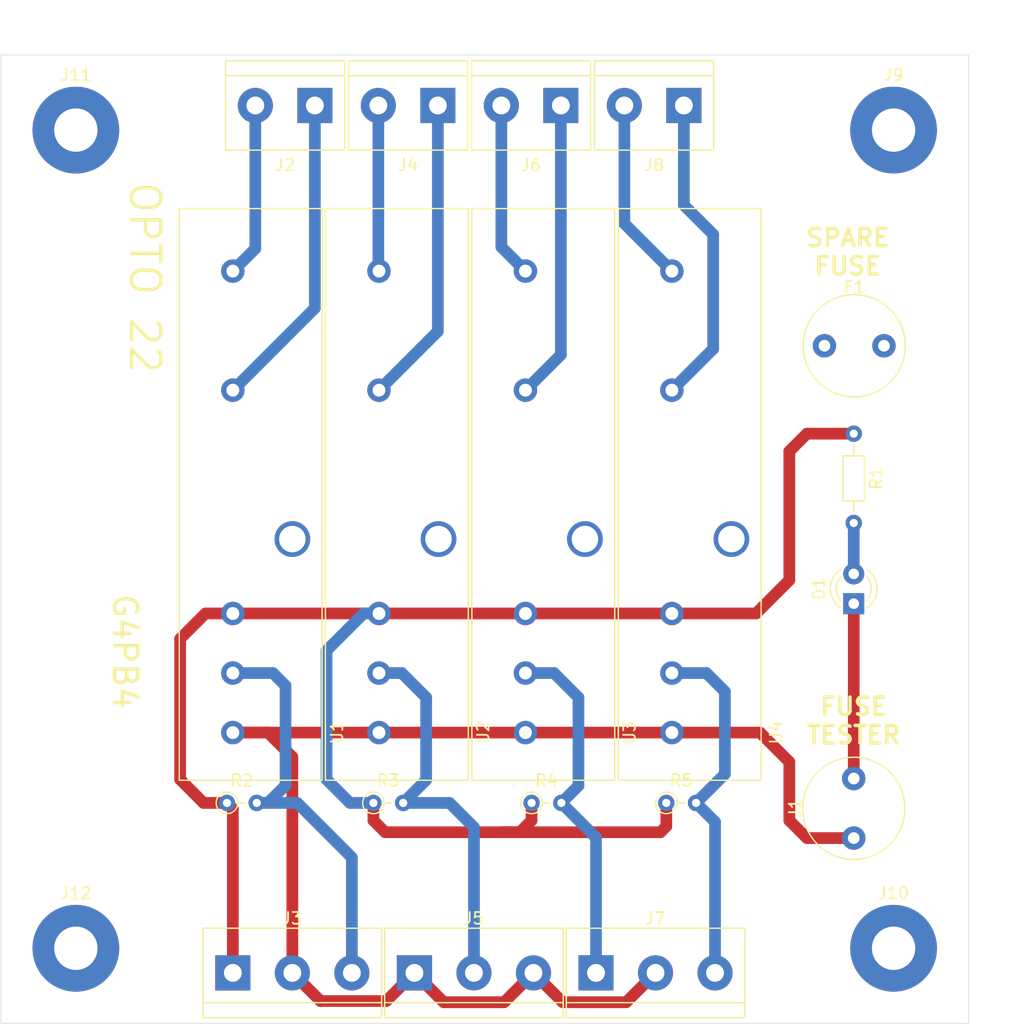
<source format=kicad_pcb>
(kicad_pcb (version 20171130) (host pcbnew "(5.1.6)-1")

  (general
    (thickness 1.6)
    (drawings 11)
    (tracks 96)
    (zones 0)
    (modules 23)
    (nets 23)
  )

  (page A4)
  (layers
    (0 F.Cu signal)
    (31 B.Cu signal)
    (32 B.Adhes user)
    (33 F.Adhes user)
    (34 B.Paste user)
    (35 F.Paste user)
    (36 B.SilkS user)
    (37 F.SilkS user)
    (38 B.Mask user)
    (39 F.Mask user)
    (40 Dwgs.User user)
    (41 Cmts.User user)
    (42 Eco1.User user)
    (43 Eco2.User user)
    (44 Edge.Cuts user)
    (45 Margin user)
    (46 B.CrtYd user)
    (47 F.CrtYd user)
    (48 B.Fab user hide)
    (49 F.Fab user hide)
  )

  (setup
    (last_trace_width 1)
    (trace_clearance 0.4)
    (zone_clearance 0.508)
    (zone_45_only no)
    (trace_min 0.2)
    (via_size 0.8)
    (via_drill 0.4)
    (via_min_size 0.4)
    (via_min_drill 0.3)
    (uvia_size 0.3)
    (uvia_drill 0.1)
    (uvias_allowed no)
    (uvia_min_size 0.2)
    (uvia_min_drill 0.1)
    (edge_width 0.05)
    (segment_width 0.2)
    (pcb_text_width 0.3)
    (pcb_text_size 1.5 1.5)
    (mod_edge_width 0.12)
    (mod_text_size 1 1)
    (mod_text_width 0.15)
    (pad_size 1.524 1.524)
    (pad_drill 0.762)
    (pad_to_mask_clearance 0.05)
    (aux_axis_origin 0 0)
    (visible_elements 7FFFEFFF)
    (pcbplotparams
      (layerselection 0x010fc_ffffffff)
      (usegerberextensions false)
      (usegerberattributes true)
      (usegerberadvancedattributes true)
      (creategerberjobfile true)
      (excludeedgelayer true)
      (linewidth 0.100000)
      (plotframeref false)
      (viasonmask false)
      (mode 1)
      (useauxorigin false)
      (hpglpennumber 1)
      (hpglpenspeed 20)
      (hpglpendiameter 15.000000)
      (psnegative false)
      (psa4output false)
      (plotreference true)
      (plotvalue true)
      (plotinvisibletext false)
      (padsonsilk false)
      (subtractmaskfromsilk false)
      (outputformat 1)
      (mirror false)
      (drillshape 1)
      (scaleselection 1)
      (outputdirectory ""))
  )

  (net 0 "")
  (net 1 "Net-(D1-Pad2)")
  (net 2 "Net-(D1-Pad1)")
  (net 3 "Net-(J1-Pad1)")
  (net 4 "Net-(J2-Pad2)")
  (net 5 "Net-(J2-Pad1)")
  (net 6 "Net-(J3-Pad3)")
  (net 7 "Net-(J3-Pad1)")
  (net 8 "Net-(J4-Pad2)")
  (net 9 "Net-(J4-Pad1)")
  (net 10 "Net-(J5-Pad2)")
  (net 11 "Net-(J6-Pad2)")
  (net 12 "Net-(J6-Pad1)")
  (net 13 "Net-(J7-Pad3)")
  (net 14 "Net-(J7-Pad1)")
  (net 15 "Net-(J8-Pad2)")
  (net 16 "Net-(J8-Pad1)")
  (net 17 "Net-(J9-Pad1)")
  (net 18 "Net-(J10-Pad1)")
  (net 19 "Net-(J11-Pad1)")
  (net 20 "Net-(J12-Pad1)")
  (net 21 "Net-(F1-Pad2)")
  (net 22 "Net-(F1-Pad1)")

  (net_class Default "This is the default net class."
    (clearance 0.4)
    (trace_width 1)
    (via_dia 0.8)
    (via_drill 0.4)
    (uvia_dia 0.3)
    (uvia_drill 0.1)
    (add_net "Net-(D1-Pad1)")
    (add_net "Net-(D1-Pad2)")
    (add_net "Net-(F1-Pad1)")
    (add_net "Net-(F1-Pad2)")
    (add_net "Net-(J1-Pad1)")
    (add_net "Net-(J10-Pad1)")
    (add_net "Net-(J11-Pad1)")
    (add_net "Net-(J12-Pad1)")
    (add_net "Net-(J2-Pad1)")
    (add_net "Net-(J2-Pad2)")
    (add_net "Net-(J3-Pad1)")
    (add_net "Net-(J3-Pad3)")
    (add_net "Net-(J4-Pad1)")
    (add_net "Net-(J4-Pad2)")
    (add_net "Net-(J5-Pad2)")
    (add_net "Net-(J6-Pad1)")
    (add_net "Net-(J6-Pad2)")
    (add_net "Net-(J7-Pad1)")
    (add_net "Net-(J7-Pad3)")
    (add_net "Net-(J8-Pad1)")
    (add_net "Net-(J8-Pad2)")
    (add_net "Net-(J9-Pad1)")
  )

  (module Fuse:Fuse_Littelfuse_372_D8.50mm (layer F.Cu) (tedit 5D265851) (tstamp 5F6A074F)
    (at 189 73.5)
    (descr "Fuse, Littelfuse, 372, 8.5x8mm, https://www.littelfuse.com/~/media/electronics/datasheets/fuses/littelfuse_fuse_372_datasheet.pdf.pdf")
    (tags "fuse tht radial")
    (path /5F756D40)
    (fp_text reference F1 (at 2.54 -5) (layer F.SilkS)
      (effects (font (size 1 1) (thickness 0.15)))
    )
    (fp_text value Fuse (at 2.54 5) (layer F.Fab)
      (effects (font (size 1 1) (thickness 0.15)))
    )
    (fp_circle (center 2.54 0) (end 7.04 0) (layer F.CrtYd) (width 0.05))
    (fp_circle (center 2.54 0) (end 6.9 0) (layer F.SilkS) (width 0.12))
    (fp_circle (center 2.54 0) (end 6.79 0) (layer F.Fab) (width 0.1))
    (fp_text user %R (at 2.54 0) (layer F.Fab)
      (effects (font (size 1 1) (thickness 0.15)))
    )
    (pad 2 thru_hole circle (at 5.08 0) (size 2 2) (drill 1) (layers *.Cu *.Mask)
      (net 21 "Net-(F1-Pad2)"))
    (pad 1 thru_hole circle (at 0 0) (size 2 2) (drill 1) (layers *.Cu *.Mask)
      (net 22 "Net-(F1-Pad1)"))
    (model ${KISYS3DMOD}/Fuse.3dshapes/Fuse_Littelfuse_372_D8.50mm.wrl
      (at (xyz 0 0 0))
      (scale (xyz 1 1 1))
      (rotate (xyz 0 0 0))
    )
  )

  (module Fuse:Fuse_Littelfuse_372_D8.50mm (layer F.Cu) (tedit 5D265851) (tstamp 5F69BA5E)
    (at 191.5 115.5 90)
    (descr "Fuse, Littelfuse, 372, 8.5x8mm, https://www.littelfuse.com/~/media/electronics/datasheets/fuses/littelfuse_fuse_372_datasheet.pdf.pdf")
    (tags "fuse tht radial")
    (path /5F70AFF5)
    (fp_text reference J1 (at 2.54 -5 90) (layer F.SilkS)
      (effects (font (size 1 1) (thickness 0.15)))
    )
    (fp_text value Conn_01x02 (at 2.54 5 90) (layer F.Fab)
      (effects (font (size 1 1) (thickness 0.15)))
    )
    (fp_circle (center 2.54 0) (end 7.04 0) (layer F.CrtYd) (width 0.05))
    (fp_circle (center 2.54 0) (end 6.9 0) (layer F.SilkS) (width 0.12))
    (fp_circle (center 2.54 0) (end 6.79 0) (layer F.Fab) (width 0.1))
    (fp_text user %R (at 2.54 0 90) (layer F.Fab)
      (effects (font (size 1 1) (thickness 0.15)))
    )
    (pad 2 thru_hole circle (at 5.08 0 90) (size 2 2) (drill 1) (layers *.Cu *.Mask)
      (net 2 "Net-(D1-Pad1)"))
    (pad 1 thru_hole circle (at 0 0 90) (size 2 2) (drill 1) (layers *.Cu *.Mask)
      (net 3 "Net-(J1-Pad1)"))
    (model ${KISYS3DMOD}/Fuse.3dshapes/Fuse_Littelfuse_372_D8.50mm.wrl
      (at (xyz 0 0 0))
      (scale (xyz 1 1 1))
      (rotate (xyz 0 0 0))
    )
  )

  (module MountingHole:MountingHole_3.7mm_Pad (layer F.Cu) (tedit 56D1B4CB) (tstamp 5F69E0B2)
    (at 125.1 124.9)
    (descr "Mounting Hole 3.7mm")
    (tags "mounting hole 3.7mm")
    (path /5F724BA6)
    (attr virtual)
    (fp_text reference J12 (at 0 -4.7) (layer F.SilkS)
      (effects (font (size 1 1) (thickness 0.15)))
    )
    (fp_text value Conn_01x01 (at 0 4.7) (layer F.Fab)
      (effects (font (size 1 1) (thickness 0.15)))
    )
    (fp_circle (center 0 0) (end 3.7 0) (layer Cmts.User) (width 0.15))
    (fp_circle (center 0 0) (end 3.95 0) (layer F.CrtYd) (width 0.05))
    (fp_text user %R (at 0.3 0) (layer F.Fab)
      (effects (font (size 1 1) (thickness 0.15)))
    )
    (pad 1 thru_hole circle (at 0 0) (size 7.4 7.4) (drill 3.7) (layers *.Cu *.Mask)
      (net 20 "Net-(J12-Pad1)"))
  )

  (module MountingHole:MountingHole_3.7mm_Pad (layer F.Cu) (tedit 56D1B4CB) (tstamp 5F69E0AA)
    (at 125.1 55.1)
    (descr "Mounting Hole 3.7mm")
    (tags "mounting hole 3.7mm")
    (path /5F7248AA)
    (attr virtual)
    (fp_text reference J11 (at 0 -4.7) (layer F.SilkS)
      (effects (font (size 1 1) (thickness 0.15)))
    )
    (fp_text value Conn_01x01 (at 0 4.7) (layer F.Fab)
      (effects (font (size 1 1) (thickness 0.15)))
    )
    (fp_circle (center 0 0) (end 3.7 0) (layer Cmts.User) (width 0.15))
    (fp_circle (center 0 0) (end 3.95 0) (layer F.CrtYd) (width 0.05))
    (fp_text user %R (at 0.3 0) (layer F.Fab)
      (effects (font (size 1 1) (thickness 0.15)))
    )
    (pad 1 thru_hole circle (at 0 0) (size 7.4 7.4) (drill 3.7) (layers *.Cu *.Mask)
      (net 19 "Net-(J11-Pad1)"))
  )

  (module MountingHole:MountingHole_3.7mm_Pad (layer F.Cu) (tedit 56D1B4CB) (tstamp 5F69E0A2)
    (at 194.9 124.9)
    (descr "Mounting Hole 3.7mm")
    (tags "mounting hole 3.7mm")
    (path /5F7245CC)
    (attr virtual)
    (fp_text reference J10 (at 0 -4.7) (layer F.SilkS)
      (effects (font (size 1 1) (thickness 0.15)))
    )
    (fp_text value Conn_01x01 (at 0 4.7) (layer F.Fab)
      (effects (font (size 1 1) (thickness 0.15)))
    )
    (fp_circle (center 0 0) (end 3.7 0) (layer Cmts.User) (width 0.15))
    (fp_circle (center 0 0) (end 3.95 0) (layer F.CrtYd) (width 0.05))
    (fp_text user %R (at 0.3 0) (layer F.Fab)
      (effects (font (size 1 1) (thickness 0.15)))
    )
    (pad 1 thru_hole circle (at 0 0) (size 7.4 7.4) (drill 3.7) (layers *.Cu *.Mask)
      (net 18 "Net-(J10-Pad1)"))
  )

  (module MountingHole:MountingHole_3.7mm_Pad (layer F.Cu) (tedit 56D1B4CB) (tstamp 5F69E09A)
    (at 194.9 55.1)
    (descr "Mounting Hole 3.7mm")
    (tags "mounting hole 3.7mm")
    (path /5F723DBB)
    (attr virtual)
    (fp_text reference J9 (at 0 -4.7) (layer F.SilkS)
      (effects (font (size 1 1) (thickness 0.15)))
    )
    (fp_text value Conn_01x01 (at 0 4.7) (layer F.Fab)
      (effects (font (size 1 1) (thickness 0.15)))
    )
    (fp_circle (center 0 0) (end 3.7 0) (layer Cmts.User) (width 0.15))
    (fp_circle (center 0 0) (end 3.95 0) (layer F.CrtYd) (width 0.05))
    (fp_text user %R (at 0.3 0) (layer F.Fab)
      (effects (font (size 1 1) (thickness 0.15)))
    )
    (pad 1 thru_hole circle (at 0 0) (size 7.4 7.4) (drill 3.7) (layers *.Cu *.Mask)
      (net 17 "Net-(J9-Pad1)"))
  )

  (module Resistor_THT:R_Axial_DIN0204_L3.6mm_D1.6mm_P7.62mm_Horizontal (layer F.Cu) (tedit 5AE5139B) (tstamp 5F69EB71)
    (at 191.5 81 270)
    (descr "Resistor, Axial_DIN0204 series, Axial, Horizontal, pin pitch=7.62mm, 0.167W, length*diameter=3.6*1.6mm^2, http://cdn-reichelt.de/documents/datenblatt/B400/1_4W%23YAG.pdf")
    (tags "Resistor Axial_DIN0204 series Axial Horizontal pin pitch 7.62mm 0.167W length 3.6mm diameter 1.6mm")
    (path /5F70C7FE)
    (fp_text reference R1 (at 3.81 -1.92 90) (layer F.SilkS)
      (effects (font (size 1 1) (thickness 0.15)))
    )
    (fp_text value R (at 3.81 1.92 90) (layer F.Fab)
      (effects (font (size 1 1) (thickness 0.15)))
    )
    (fp_line (start 8.57 -1.05) (end -0.95 -1.05) (layer F.CrtYd) (width 0.05))
    (fp_line (start 8.57 1.05) (end 8.57 -1.05) (layer F.CrtYd) (width 0.05))
    (fp_line (start -0.95 1.05) (end 8.57 1.05) (layer F.CrtYd) (width 0.05))
    (fp_line (start -0.95 -1.05) (end -0.95 1.05) (layer F.CrtYd) (width 0.05))
    (fp_line (start 6.68 0) (end 5.73 0) (layer F.SilkS) (width 0.12))
    (fp_line (start 0.94 0) (end 1.89 0) (layer F.SilkS) (width 0.12))
    (fp_line (start 5.73 -0.92) (end 1.89 -0.92) (layer F.SilkS) (width 0.12))
    (fp_line (start 5.73 0.92) (end 5.73 -0.92) (layer F.SilkS) (width 0.12))
    (fp_line (start 1.89 0.92) (end 5.73 0.92) (layer F.SilkS) (width 0.12))
    (fp_line (start 1.89 -0.92) (end 1.89 0.92) (layer F.SilkS) (width 0.12))
    (fp_line (start 7.62 0) (end 5.61 0) (layer F.Fab) (width 0.1))
    (fp_line (start 0 0) (end 2.01 0) (layer F.Fab) (width 0.1))
    (fp_line (start 5.61 -0.8) (end 2.01 -0.8) (layer F.Fab) (width 0.1))
    (fp_line (start 5.61 0.8) (end 5.61 -0.8) (layer F.Fab) (width 0.1))
    (fp_line (start 2.01 0.8) (end 5.61 0.8) (layer F.Fab) (width 0.1))
    (fp_line (start 2.01 -0.8) (end 2.01 0.8) (layer F.Fab) (width 0.1))
    (fp_text user %R (at 3.81 0 90) (layer F.Fab)
      (effects (font (size 0.72 0.72) (thickness 0.108)))
    )
    (pad 2 thru_hole oval (at 7.62 0 270) (size 1.4 1.4) (drill 0.7) (layers *.Cu *.Mask)
      (net 1 "Net-(D1-Pad2)"))
    (pad 1 thru_hole circle (at 0 0 270) (size 1.4 1.4) (drill 0.7) (layers *.Cu *.Mask)
      (net 7 "Net-(J3-Pad1)"))
    (model ${KISYS3DMOD}/Resistor_THT.3dshapes/R_Axial_DIN0204_L3.6mm_D1.6mm_P7.62mm_Horizontal.wrl
      (at (xyz 0 0 0))
      (scale (xyz 1 1 1))
      (rotate (xyz 0 0 0))
    )
  )

  (module MSS_Devices:MA-Models (layer F.Cu) (tedit 5F695870) (tstamp 5F69C1E0)
    (at 177.5 106.5 90)
    (path /5F69F39C)
    (fp_text reference U4 (at 0 7.366 90) (layer F.SilkS)
      (effects (font (size 1 1) (thickness 0.15)))
    )
    (fp_text value G4ODC5 (at 0 -5.334 90) (layer F.Fab)
      (effects (font (size 1 1) (thickness 0.15)))
    )
    (fp_line (start -4.064 -6.096) (end 44.704 -6.096) (layer F.SilkS) (width 0.12))
    (fp_line (start 44.704 6.096) (end 44.704 -6.096) (layer F.SilkS) (width 0.12))
    (fp_line (start -4.064 6.096) (end 44.704 6.096) (layer F.SilkS) (width 0.12))
    (fp_line (start -4.064 -6.096) (end -4.064 6.096) (layer F.SilkS) (width 0.12))
    (pad "" np_thru_hole circle (at 16.51 3.556 90) (size 3.048 3.048) (drill 2.2606) (layers *.Cu *.Mask))
    (pad 5 thru_hole circle (at 0 -1.524 90) (size 2 2) (drill 1.1) (layers *.Cu *.Mask)
      (net 3 "Net-(J1-Pad1)"))
    (pad 4 thru_hole circle (at 5.08 -1.524 90) (size 2 2) (drill 1.1) (layers *.Cu *.Mask)
      (net 13 "Net-(J7-Pad3)"))
    (pad 3 thru_hole circle (at 10.16 -1.524 90) (size 2 2) (drill 1.1) (layers *.Cu *.Mask)
      (net 7 "Net-(J3-Pad1)"))
    (pad 2 thru_hole circle (at 29.21 -1.524 90) (size 2 2) (drill 1.1) (layers *.Cu *.Mask)
      (net 16 "Net-(J8-Pad1)"))
    (pad 1 thru_hole circle (at 39.37 -1.524 90) (size 2 2) (drill 1.1) (layers *.Cu *.Mask)
      (net 15 "Net-(J8-Pad2)"))
  )

  (module MSS_Devices:MA-Models (layer F.Cu) (tedit 5F695870) (tstamp 5F69BB69)
    (at 165 106.5 90)
    (path /5F69F38C)
    (fp_text reference U3 (at 0 7.366 90) (layer F.SilkS)
      (effects (font (size 1 1) (thickness 0.15)))
    )
    (fp_text value G4ODC5 (at 0 -5.334 90) (layer F.Fab)
      (effects (font (size 1 1) (thickness 0.15)))
    )
    (fp_line (start -4.064 -6.096) (end 44.704 -6.096) (layer F.SilkS) (width 0.12))
    (fp_line (start 44.704 6.096) (end 44.704 -6.096) (layer F.SilkS) (width 0.12))
    (fp_line (start -4.064 6.096) (end 44.704 6.096) (layer F.SilkS) (width 0.12))
    (fp_line (start -4.064 -6.096) (end -4.064 6.096) (layer F.SilkS) (width 0.12))
    (pad "" np_thru_hole circle (at 16.51 3.556 90) (size 3.048 3.048) (drill 2.2606) (layers *.Cu *.Mask))
    (pad 5 thru_hole circle (at 0 -1.524 90) (size 2 2) (drill 1.1) (layers *.Cu *.Mask)
      (net 3 "Net-(J1-Pad1)"))
    (pad 4 thru_hole circle (at 5.08 -1.524 90) (size 2 2) (drill 1.1) (layers *.Cu *.Mask)
      (net 14 "Net-(J7-Pad1)"))
    (pad 3 thru_hole circle (at 10.16 -1.524 90) (size 2 2) (drill 1.1) (layers *.Cu *.Mask)
      (net 7 "Net-(J3-Pad1)"))
    (pad 2 thru_hole circle (at 29.21 -1.524 90) (size 2 2) (drill 1.1) (layers *.Cu *.Mask)
      (net 12 "Net-(J6-Pad1)"))
    (pad 1 thru_hole circle (at 39.37 -1.524 90) (size 2 2) (drill 1.1) (layers *.Cu *.Mask)
      (net 11 "Net-(J6-Pad2)"))
  )

  (module MSS_Devices:MA-Models (layer F.Cu) (tedit 5F695870) (tstamp 5F69BB5B)
    (at 152.5 106.5 90)
    (path /5F69C64A)
    (fp_text reference U2 (at 0 7.366 90) (layer F.SilkS)
      (effects (font (size 1 1) (thickness 0.15)))
    )
    (fp_text value G4ODC5 (at 0 -5.334 90) (layer F.Fab)
      (effects (font (size 1 1) (thickness 0.15)))
    )
    (fp_line (start -4.064 -6.096) (end 44.704 -6.096) (layer F.SilkS) (width 0.12))
    (fp_line (start 44.704 6.096) (end 44.704 -6.096) (layer F.SilkS) (width 0.12))
    (fp_line (start -4.064 6.096) (end 44.704 6.096) (layer F.SilkS) (width 0.12))
    (fp_line (start -4.064 -6.096) (end -4.064 6.096) (layer F.SilkS) (width 0.12))
    (pad "" np_thru_hole circle (at 16.51 3.556 90) (size 3.048 3.048) (drill 2.2606) (layers *.Cu *.Mask))
    (pad 5 thru_hole circle (at 0 -1.524 90) (size 2 2) (drill 1.1) (layers *.Cu *.Mask)
      (net 3 "Net-(J1-Pad1)"))
    (pad 4 thru_hole circle (at 5.08 -1.524 90) (size 2 2) (drill 1.1) (layers *.Cu *.Mask)
      (net 10 "Net-(J5-Pad2)"))
    (pad 3 thru_hole circle (at 10.16 -1.524 90) (size 2 2) (drill 1.1) (layers *.Cu *.Mask)
      (net 7 "Net-(J3-Pad1)"))
    (pad 2 thru_hole circle (at 29.21 -1.524 90) (size 2 2) (drill 1.1) (layers *.Cu *.Mask)
      (net 9 "Net-(J4-Pad1)"))
    (pad 1 thru_hole circle (at 39.37 -1.524 90) (size 2 2) (drill 1.1) (layers *.Cu *.Mask)
      (net 8 "Net-(J4-Pad2)"))
  )

  (module MSS_Devices:MA-Models (layer F.Cu) (tedit 5F695870) (tstamp 5F69BB4D)
    (at 140.024 106.5 90)
    (path /5F6954A8)
    (fp_text reference U1 (at 0 7.366 90) (layer F.SilkS)
      (effects (font (size 1 1) (thickness 0.15)))
    )
    (fp_text value G4ODC5 (at 0 -5.334 90) (layer F.Fab)
      (effects (font (size 1 1) (thickness 0.15)))
    )
    (fp_line (start -4.064 -6.096) (end 44.704 -6.096) (layer F.SilkS) (width 0.12))
    (fp_line (start 44.704 6.096) (end 44.704 -6.096) (layer F.SilkS) (width 0.12))
    (fp_line (start -4.064 6.096) (end 44.704 6.096) (layer F.SilkS) (width 0.12))
    (fp_line (start -4.064 -6.096) (end -4.064 6.096) (layer F.SilkS) (width 0.12))
    (pad "" np_thru_hole circle (at 16.51 3.556 90) (size 3.048 3.048) (drill 2.2606) (layers *.Cu *.Mask))
    (pad 5 thru_hole circle (at 0 -1.524 90) (size 2 2) (drill 1.1) (layers *.Cu *.Mask)
      (net 3 "Net-(J1-Pad1)"))
    (pad 4 thru_hole circle (at 5.08 -1.524 90) (size 2 2) (drill 1.1) (layers *.Cu *.Mask)
      (net 6 "Net-(J3-Pad3)"))
    (pad 3 thru_hole circle (at 10.16 -1.524 90) (size 2 2) (drill 1.1) (layers *.Cu *.Mask)
      (net 7 "Net-(J3-Pad1)"))
    (pad 2 thru_hole circle (at 29.21 -1.524 90) (size 2 2) (drill 1.1) (layers *.Cu *.Mask)
      (net 5 "Net-(J2-Pad1)"))
    (pad 1 thru_hole circle (at 39.37 -1.524 90) (size 2 2) (drill 1.1) (layers *.Cu *.Mask)
      (net 4 "Net-(J2-Pad2)"))
  )

  (module Resistor_THT:R_Axial_DIN0204_L3.6mm_D1.6mm_P2.54mm_Vertical (layer F.Cu) (tedit 5AE5139B) (tstamp 5F69BB3F)
    (at 175.5 112.5)
    (descr "Resistor, Axial_DIN0204 series, Axial, Vertical, pin pitch=2.54mm, 0.167W, length*diameter=3.6*1.6mm^2, http://cdn-reichelt.de/documents/datenblatt/B400/1_4W%23YAG.pdf")
    (tags "Resistor Axial_DIN0204 series Axial Vertical pin pitch 2.54mm 0.167W length 3.6mm diameter 1.6mm")
    (path /5F70AB19)
    (fp_text reference R5 (at 1.27 -1.92) (layer F.SilkS)
      (effects (font (size 1 1) (thickness 0.15)))
    )
    (fp_text value R (at 1.27 1.92) (layer F.Fab)
      (effects (font (size 1 1) (thickness 0.15)))
    )
    (fp_line (start 3.49 -1.05) (end -1.05 -1.05) (layer F.CrtYd) (width 0.05))
    (fp_line (start 3.49 1.05) (end 3.49 -1.05) (layer F.CrtYd) (width 0.05))
    (fp_line (start -1.05 1.05) (end 3.49 1.05) (layer F.CrtYd) (width 0.05))
    (fp_line (start -1.05 -1.05) (end -1.05 1.05) (layer F.CrtYd) (width 0.05))
    (fp_line (start 0.92 0) (end 1.54 0) (layer F.SilkS) (width 0.12))
    (fp_line (start 0 0) (end 2.54 0) (layer F.Fab) (width 0.1))
    (fp_circle (center 0 0) (end 0.92 0) (layer F.SilkS) (width 0.12))
    (fp_circle (center 0 0) (end 0.8 0) (layer F.Fab) (width 0.1))
    (fp_text user %R (at 1.27 -1.92) (layer F.Fab)
      (effects (font (size 1 1) (thickness 0.15)))
    )
    (pad 2 thru_hole oval (at 2.54 0) (size 1.4 1.4) (drill 0.7) (layers *.Cu *.Mask)
      (net 13 "Net-(J7-Pad3)"))
    (pad 1 thru_hole circle (at 0 0) (size 1.4 1.4) (drill 0.7) (layers *.Cu *.Mask)
      (net 7 "Net-(J3-Pad1)"))
    (model ${KISYS3DMOD}/Resistor_THT.3dshapes/R_Axial_DIN0204_L3.6mm_D1.6mm_P2.54mm_Vertical.wrl
      (at (xyz 0 0 0))
      (scale (xyz 1 1 1))
      (rotate (xyz 0 0 0))
    )
  )

  (module Resistor_THT:R_Axial_DIN0204_L3.6mm_D1.6mm_P2.54mm_Vertical (layer F.Cu) (tedit 5AE5139B) (tstamp 5F69BB30)
    (at 164 112.5)
    (descr "Resistor, Axial_DIN0204 series, Axial, Vertical, pin pitch=2.54mm, 0.167W, length*diameter=3.6*1.6mm^2, http://cdn-reichelt.de/documents/datenblatt/B400/1_4W%23YAG.pdf")
    (tags "Resistor Axial_DIN0204 series Axial Vertical pin pitch 2.54mm 0.167W length 3.6mm diameter 1.6mm")
    (path /5F70A5D5)
    (fp_text reference R4 (at 1.27 -1.92) (layer F.SilkS)
      (effects (font (size 1 1) (thickness 0.15)))
    )
    (fp_text value R (at 1.27 1.92) (layer F.Fab)
      (effects (font (size 1 1) (thickness 0.15)))
    )
    (fp_line (start 3.49 -1.05) (end -1.05 -1.05) (layer F.CrtYd) (width 0.05))
    (fp_line (start 3.49 1.05) (end 3.49 -1.05) (layer F.CrtYd) (width 0.05))
    (fp_line (start -1.05 1.05) (end 3.49 1.05) (layer F.CrtYd) (width 0.05))
    (fp_line (start -1.05 -1.05) (end -1.05 1.05) (layer F.CrtYd) (width 0.05))
    (fp_line (start 0.92 0) (end 1.54 0) (layer F.SilkS) (width 0.12))
    (fp_line (start 0 0) (end 2.54 0) (layer F.Fab) (width 0.1))
    (fp_circle (center 0 0) (end 0.92 0) (layer F.SilkS) (width 0.12))
    (fp_circle (center 0 0) (end 0.8 0) (layer F.Fab) (width 0.1))
    (fp_text user %R (at 1.27 -1.92) (layer F.Fab)
      (effects (font (size 1 1) (thickness 0.15)))
    )
    (pad 2 thru_hole oval (at 2.54 0) (size 1.4 1.4) (drill 0.7) (layers *.Cu *.Mask)
      (net 14 "Net-(J7-Pad1)"))
    (pad 1 thru_hole circle (at 0 0) (size 1.4 1.4) (drill 0.7) (layers *.Cu *.Mask)
      (net 7 "Net-(J3-Pad1)"))
    (model ${KISYS3DMOD}/Resistor_THT.3dshapes/R_Axial_DIN0204_L3.6mm_D1.6mm_P2.54mm_Vertical.wrl
      (at (xyz 0 0 0))
      (scale (xyz 1 1 1))
      (rotate (xyz 0 0 0))
    )
  )

  (module Resistor_THT:R_Axial_DIN0204_L3.6mm_D1.6mm_P2.54mm_Vertical (layer F.Cu) (tedit 5AE5139B) (tstamp 5F69BB21)
    (at 150.5 112.5)
    (descr "Resistor, Axial_DIN0204 series, Axial, Vertical, pin pitch=2.54mm, 0.167W, length*diameter=3.6*1.6mm^2, http://cdn-reichelt.de/documents/datenblatt/B400/1_4W%23YAG.pdf")
    (tags "Resistor Axial_DIN0204 series Axial Vertical pin pitch 2.54mm 0.167W length 3.6mm diameter 1.6mm")
    (path /5F709F01)
    (fp_text reference R3 (at 1.27 -1.92) (layer F.SilkS)
      (effects (font (size 1 1) (thickness 0.15)))
    )
    (fp_text value R (at 1.27 1.92) (layer F.Fab)
      (effects (font (size 1 1) (thickness 0.15)))
    )
    (fp_line (start 3.49 -1.05) (end -1.05 -1.05) (layer F.CrtYd) (width 0.05))
    (fp_line (start 3.49 1.05) (end 3.49 -1.05) (layer F.CrtYd) (width 0.05))
    (fp_line (start -1.05 1.05) (end 3.49 1.05) (layer F.CrtYd) (width 0.05))
    (fp_line (start -1.05 -1.05) (end -1.05 1.05) (layer F.CrtYd) (width 0.05))
    (fp_line (start 0.92 0) (end 1.54 0) (layer F.SilkS) (width 0.12))
    (fp_line (start 0 0) (end 2.54 0) (layer F.Fab) (width 0.1))
    (fp_circle (center 0 0) (end 0.92 0) (layer F.SilkS) (width 0.12))
    (fp_circle (center 0 0) (end 0.8 0) (layer F.Fab) (width 0.1))
    (fp_text user %R (at 1.27 -1.92) (layer F.Fab)
      (effects (font (size 1 1) (thickness 0.15)))
    )
    (pad 2 thru_hole oval (at 2.54 0) (size 1.4 1.4) (drill 0.7) (layers *.Cu *.Mask)
      (net 10 "Net-(J5-Pad2)"))
    (pad 1 thru_hole circle (at 0 0) (size 1.4 1.4) (drill 0.7) (layers *.Cu *.Mask)
      (net 7 "Net-(J3-Pad1)"))
    (model ${KISYS3DMOD}/Resistor_THT.3dshapes/R_Axial_DIN0204_L3.6mm_D1.6mm_P2.54mm_Vertical.wrl
      (at (xyz 0 0 0))
      (scale (xyz 1 1 1))
      (rotate (xyz 0 0 0))
    )
  )

  (module Resistor_THT:R_Axial_DIN0204_L3.6mm_D1.6mm_P2.54mm_Vertical (layer F.Cu) (tedit 5AE5139B) (tstamp 5F69BB12)
    (at 138 112.5)
    (descr "Resistor, Axial_DIN0204 series, Axial, Vertical, pin pitch=2.54mm, 0.167W, length*diameter=3.6*1.6mm^2, http://cdn-reichelt.de/documents/datenblatt/B400/1_4W%23YAG.pdf")
    (tags "Resistor Axial_DIN0204 series Axial Vertical pin pitch 2.54mm 0.167W length 3.6mm diameter 1.6mm")
    (path /5F6B7405)
    (fp_text reference R2 (at 1.27 -1.92) (layer F.SilkS)
      (effects (font (size 1 1) (thickness 0.15)))
    )
    (fp_text value R (at 1.27 1.92) (layer F.Fab)
      (effects (font (size 1 1) (thickness 0.15)))
    )
    (fp_line (start 3.49 -1.05) (end -1.05 -1.05) (layer F.CrtYd) (width 0.05))
    (fp_line (start 3.49 1.05) (end 3.49 -1.05) (layer F.CrtYd) (width 0.05))
    (fp_line (start -1.05 1.05) (end 3.49 1.05) (layer F.CrtYd) (width 0.05))
    (fp_line (start -1.05 -1.05) (end -1.05 1.05) (layer F.CrtYd) (width 0.05))
    (fp_line (start 0.92 0) (end 1.54 0) (layer F.SilkS) (width 0.12))
    (fp_line (start 0 0) (end 2.54 0) (layer F.Fab) (width 0.1))
    (fp_circle (center 0 0) (end 0.92 0) (layer F.SilkS) (width 0.12))
    (fp_circle (center 0 0) (end 0.8 0) (layer F.Fab) (width 0.1))
    (fp_text user %R (at 1.27 -1.92) (layer F.Fab)
      (effects (font (size 1 1) (thickness 0.15)))
    )
    (pad 2 thru_hole oval (at 2.54 0) (size 1.4 1.4) (drill 0.7) (layers *.Cu *.Mask)
      (net 6 "Net-(J3-Pad3)"))
    (pad 1 thru_hole circle (at 0 0) (size 1.4 1.4) (drill 0.7) (layers *.Cu *.Mask)
      (net 7 "Net-(J3-Pad1)"))
    (model ${KISYS3DMOD}/Resistor_THT.3dshapes/R_Axial_DIN0204_L3.6mm_D1.6mm_P2.54mm_Vertical.wrl
      (at (xyz 0 0 0))
      (scale (xyz 1 1 1))
      (rotate (xyz 0 0 0))
    )
  )

  (module TerminalBlock:TerminalBlock_bornier-2_P5.08mm (layer F.Cu) (tedit 59FF03AB) (tstamp 5F69CCE7)
    (at 177 53 180)
    (descr "simple 2-pin terminal block, pitch 5.08mm, revamped version of bornier2")
    (tags "terminal block bornier2")
    (path /5F708A6C)
    (fp_text reference J8 (at 2.54 -5.08) (layer F.SilkS)
      (effects (font (size 1 1) (thickness 0.15)))
    )
    (fp_text value Conn_01x02 (at 2.54 5.08) (layer F.Fab)
      (effects (font (size 1 1) (thickness 0.15)))
    )
    (fp_line (start 7.79 4) (end -2.71 4) (layer F.CrtYd) (width 0.05))
    (fp_line (start 7.79 4) (end 7.79 -4) (layer F.CrtYd) (width 0.05))
    (fp_line (start -2.71 -4) (end -2.71 4) (layer F.CrtYd) (width 0.05))
    (fp_line (start -2.71 -4) (end 7.79 -4) (layer F.CrtYd) (width 0.05))
    (fp_line (start -2.54 3.81) (end 7.62 3.81) (layer F.SilkS) (width 0.12))
    (fp_line (start -2.54 -3.81) (end -2.54 3.81) (layer F.SilkS) (width 0.12))
    (fp_line (start 7.62 -3.81) (end -2.54 -3.81) (layer F.SilkS) (width 0.12))
    (fp_line (start 7.62 3.81) (end 7.62 -3.81) (layer F.SilkS) (width 0.12))
    (fp_line (start 7.62 2.54) (end -2.54 2.54) (layer F.SilkS) (width 0.12))
    (fp_line (start 7.54 -3.75) (end -2.46 -3.75) (layer F.Fab) (width 0.1))
    (fp_line (start 7.54 3.75) (end 7.54 -3.75) (layer F.Fab) (width 0.1))
    (fp_line (start -2.46 3.75) (end 7.54 3.75) (layer F.Fab) (width 0.1))
    (fp_line (start -2.46 -3.75) (end -2.46 3.75) (layer F.Fab) (width 0.1))
    (fp_line (start -2.41 2.55) (end 7.49 2.55) (layer F.Fab) (width 0.1))
    (fp_text user %R (at 2.54 0) (layer F.Fab)
      (effects (font (size 1 1) (thickness 0.15)))
    )
    (pad 2 thru_hole circle (at 5.08 0 180) (size 3 3) (drill 1.52) (layers *.Cu *.Mask)
      (net 15 "Net-(J8-Pad2)"))
    (pad 1 thru_hole rect (at 0 0 180) (size 3 3) (drill 1.52) (layers *.Cu *.Mask)
      (net 16 "Net-(J8-Pad1)"))
    (model ${KISYS3DMOD}/TerminalBlock.3dshapes/TerminalBlock_bornier-2_P5.08mm.wrl
      (offset (xyz 2.539999961853027 0 0))
      (scale (xyz 1 1 1))
      (rotate (xyz 0 0 0))
    )
    (model ${KISYS3DMOD}/TerminalBlock_Phoenix.3dshapes/TerminalBlock_Phoenix_MKDS-1,5-2-5.08_1x02_P5.08mm_Horizontal.step
      (at (xyz 0 0 0))
      (scale (xyz 1 1 1))
      (rotate (xyz 0 0 0))
    )
  )

  (module TerminalBlock:TerminalBlock_bornier-3_P5.08mm (layer F.Cu) (tedit 59FF03B9) (tstamp 5F69BADF)
    (at 169.5 127)
    (descr "simple 3-pin terminal block, pitch 5.08mm, revamped version of bornier3")
    (tags "terminal block bornier3")
    (path /5F709718)
    (fp_text reference J7 (at 5.05 -4.65) (layer F.SilkS)
      (effects (font (size 1 1) (thickness 0.15)))
    )
    (fp_text value Conn_01x03 (at 5.08 5.08) (layer F.Fab)
      (effects (font (size 1 1) (thickness 0.15)))
    )
    (fp_line (start 12.88 4) (end -2.72 4) (layer F.CrtYd) (width 0.05))
    (fp_line (start 12.88 4) (end 12.88 -4) (layer F.CrtYd) (width 0.05))
    (fp_line (start -2.72 -4) (end -2.72 4) (layer F.CrtYd) (width 0.05))
    (fp_line (start -2.72 -4) (end 12.88 -4) (layer F.CrtYd) (width 0.05))
    (fp_line (start -2.54 3.81) (end 12.7 3.81) (layer F.SilkS) (width 0.12))
    (fp_line (start -2.54 -3.81) (end 12.7 -3.81) (layer F.SilkS) (width 0.12))
    (fp_line (start -2.54 2.54) (end 12.7 2.54) (layer F.SilkS) (width 0.12))
    (fp_line (start 12.7 3.81) (end 12.7 -3.81) (layer F.SilkS) (width 0.12))
    (fp_line (start -2.54 3.81) (end -2.54 -3.81) (layer F.SilkS) (width 0.12))
    (fp_line (start -2.47 3.75) (end -2.47 -3.75) (layer F.Fab) (width 0.1))
    (fp_line (start 12.63 3.75) (end -2.47 3.75) (layer F.Fab) (width 0.1))
    (fp_line (start 12.63 -3.75) (end 12.63 3.75) (layer F.Fab) (width 0.1))
    (fp_line (start -2.47 -3.75) (end 12.63 -3.75) (layer F.Fab) (width 0.1))
    (fp_line (start -2.47 2.55) (end 12.63 2.55) (layer F.Fab) (width 0.1))
    (fp_text user %R (at 5.08 0) (layer F.Fab)
      (effects (font (size 1 1) (thickness 0.15)))
    )
    (pad 3 thru_hole circle (at 10.16 0) (size 3 3) (drill 1.52) (layers *.Cu *.Mask)
      (net 13 "Net-(J7-Pad3)"))
    (pad 2 thru_hole circle (at 5.08 0) (size 3 3) (drill 1.52) (layers *.Cu *.Mask)
      (net 3 "Net-(J1-Pad1)"))
    (pad 1 thru_hole rect (at 0 0) (size 3 3) (drill 1.52) (layers *.Cu *.Mask)
      (net 14 "Net-(J7-Pad1)"))
    (model ${KISYS3DMOD}/TerminalBlock.3dshapes/TerminalBlock_bornier-3_P5.08mm.wrl
      (offset (xyz 5.079999923706055 0 0))
      (scale (xyz 1 1 1))
      (rotate (xyz 0 0 0))
    )
    (model ${KISYS3DMOD}/TerminalBlock_Phoenix.3dshapes/TerminalBlock_Phoenix_MKDS-1,5-3-5.08_1x03_P5.08mm_Horizontal.step
      (at (xyz 0 0 0))
      (scale (xyz 1 1 1))
      (rotate (xyz 0 0 0))
    )
  )

  (module TerminalBlock:TerminalBlock_bornier-2_P5.08mm (layer F.Cu) (tedit 59FF03AB) (tstamp 5F69BAC9)
    (at 166.5 53 180)
    (descr "simple 2-pin terminal block, pitch 5.08mm, revamped version of bornier2")
    (tags "terminal block bornier2")
    (path /5F708185)
    (fp_text reference J6 (at 2.54 -5.08) (layer F.SilkS)
      (effects (font (size 1 1) (thickness 0.15)))
    )
    (fp_text value Conn_01x02 (at 2.54 5.08) (layer F.Fab)
      (effects (font (size 1 1) (thickness 0.15)))
    )
    (fp_line (start 7.79 4) (end -2.71 4) (layer F.CrtYd) (width 0.05))
    (fp_line (start 7.79 4) (end 7.79 -4) (layer F.CrtYd) (width 0.05))
    (fp_line (start -2.71 -4) (end -2.71 4) (layer F.CrtYd) (width 0.05))
    (fp_line (start -2.71 -4) (end 7.79 -4) (layer F.CrtYd) (width 0.05))
    (fp_line (start -2.54 3.81) (end 7.62 3.81) (layer F.SilkS) (width 0.12))
    (fp_line (start -2.54 -3.81) (end -2.54 3.81) (layer F.SilkS) (width 0.12))
    (fp_line (start 7.62 -3.81) (end -2.54 -3.81) (layer F.SilkS) (width 0.12))
    (fp_line (start 7.62 3.81) (end 7.62 -3.81) (layer F.SilkS) (width 0.12))
    (fp_line (start 7.62 2.54) (end -2.54 2.54) (layer F.SilkS) (width 0.12))
    (fp_line (start 7.54 -3.75) (end -2.46 -3.75) (layer F.Fab) (width 0.1))
    (fp_line (start 7.54 3.75) (end 7.54 -3.75) (layer F.Fab) (width 0.1))
    (fp_line (start -2.46 3.75) (end 7.54 3.75) (layer F.Fab) (width 0.1))
    (fp_line (start -2.46 -3.75) (end -2.46 3.75) (layer F.Fab) (width 0.1))
    (fp_line (start -2.41 2.55) (end 7.49 2.55) (layer F.Fab) (width 0.1))
    (fp_text user %R (at 2.54 0) (layer F.Fab)
      (effects (font (size 1 1) (thickness 0.15)))
    )
    (pad 2 thru_hole circle (at 5.08 0 180) (size 3 3) (drill 1.52) (layers *.Cu *.Mask)
      (net 11 "Net-(J6-Pad2)"))
    (pad 1 thru_hole rect (at 0 0 180) (size 3 3) (drill 1.52) (layers *.Cu *.Mask)
      (net 12 "Net-(J6-Pad1)"))
    (model ${KISYS3DMOD}/TerminalBlock.3dshapes/TerminalBlock_bornier-2_P5.08mm.wrl
      (offset (xyz 2.539999961853027 0 0))
      (scale (xyz 1 1 1))
      (rotate (xyz 0 0 0))
    )
    (model ${KISYS3DMOD}/TerminalBlock_Phoenix.3dshapes/TerminalBlock_Phoenix_MKDS-1,5-2-5.08_1x02_P5.08mm_Horizontal.step
      (at (xyz 0 0 0))
      (scale (xyz 1 1 1))
      (rotate (xyz 0 0 0))
    )
  )

  (module TerminalBlock:TerminalBlock_bornier-3_P5.08mm (layer F.Cu) (tedit 59FF03B9) (tstamp 5F69BAB4)
    (at 154 127)
    (descr "simple 3-pin terminal block, pitch 5.08mm, revamped version of bornier3")
    (tags "terminal block bornier3")
    (path /5F709067)
    (fp_text reference J5 (at 5.05 -4.65) (layer F.SilkS)
      (effects (font (size 1 1) (thickness 0.15)))
    )
    (fp_text value Conn_01x03 (at 5.08 5.08) (layer F.Fab)
      (effects (font (size 1 1) (thickness 0.15)))
    )
    (fp_line (start 12.88 4) (end -2.72 4) (layer F.CrtYd) (width 0.05))
    (fp_line (start 12.88 4) (end 12.88 -4) (layer F.CrtYd) (width 0.05))
    (fp_line (start -2.72 -4) (end -2.72 4) (layer F.CrtYd) (width 0.05))
    (fp_line (start -2.72 -4) (end 12.88 -4) (layer F.CrtYd) (width 0.05))
    (fp_line (start -2.54 3.81) (end 12.7 3.81) (layer F.SilkS) (width 0.12))
    (fp_line (start -2.54 -3.81) (end 12.7 -3.81) (layer F.SilkS) (width 0.12))
    (fp_line (start -2.54 2.54) (end 12.7 2.54) (layer F.SilkS) (width 0.12))
    (fp_line (start 12.7 3.81) (end 12.7 -3.81) (layer F.SilkS) (width 0.12))
    (fp_line (start -2.54 3.81) (end -2.54 -3.81) (layer F.SilkS) (width 0.12))
    (fp_line (start -2.47 3.75) (end -2.47 -3.75) (layer F.Fab) (width 0.1))
    (fp_line (start 12.63 3.75) (end -2.47 3.75) (layer F.Fab) (width 0.1))
    (fp_line (start 12.63 -3.75) (end 12.63 3.75) (layer F.Fab) (width 0.1))
    (fp_line (start -2.47 -3.75) (end 12.63 -3.75) (layer F.Fab) (width 0.1))
    (fp_line (start -2.47 2.55) (end 12.63 2.55) (layer F.Fab) (width 0.1))
    (fp_text user %R (at 5.08 0) (layer F.Fab)
      (effects (font (size 1 1) (thickness 0.15)))
    )
    (pad 3 thru_hole circle (at 10.16 0) (size 3 3) (drill 1.52) (layers *.Cu *.Mask)
      (net 3 "Net-(J1-Pad1)"))
    (pad 2 thru_hole circle (at 5.08 0) (size 3 3) (drill 1.52) (layers *.Cu *.Mask)
      (net 10 "Net-(J5-Pad2)"))
    (pad 1 thru_hole rect (at 0 0) (size 3 3) (drill 1.52) (layers *.Cu *.Mask)
      (net 3 "Net-(J1-Pad1)"))
    (model ${KISYS3DMOD}/TerminalBlock.3dshapes/TerminalBlock_bornier-3_P5.08mm.wrl
      (offset (xyz 5.079999923706055 0 0))
      (scale (xyz 1 1 1))
      (rotate (xyz 0 0 0))
    )
    (model ${KISYS3DMOD}/TerminalBlock_Phoenix.3dshapes/TerminalBlock_Phoenix_MKDS-1,5-3-5.08_1x03_P5.08mm_Horizontal.step
      (at (xyz 0 0 0))
      (scale (xyz 1 1 1))
      (rotate (xyz 0 0 0))
    )
  )

  (module TerminalBlock:TerminalBlock_bornier-2_P5.08mm (layer F.Cu) (tedit 59FF03AB) (tstamp 5F69BA9E)
    (at 156 53 180)
    (descr "simple 2-pin terminal block, pitch 5.08mm, revamped version of bornier2")
    (tags "terminal block bornier2")
    (path /5F7079FC)
    (fp_text reference J4 (at 2.54 -5.08) (layer F.SilkS)
      (effects (font (size 1 1) (thickness 0.15)))
    )
    (fp_text value Conn_01x02 (at 2.54 5.08) (layer F.Fab)
      (effects (font (size 1 1) (thickness 0.15)))
    )
    (fp_line (start 7.79 4) (end -2.71 4) (layer F.CrtYd) (width 0.05))
    (fp_line (start 7.79 4) (end 7.79 -4) (layer F.CrtYd) (width 0.05))
    (fp_line (start -2.71 -4) (end -2.71 4) (layer F.CrtYd) (width 0.05))
    (fp_line (start -2.71 -4) (end 7.79 -4) (layer F.CrtYd) (width 0.05))
    (fp_line (start -2.54 3.81) (end 7.62 3.81) (layer F.SilkS) (width 0.12))
    (fp_line (start -2.54 -3.81) (end -2.54 3.81) (layer F.SilkS) (width 0.12))
    (fp_line (start 7.62 -3.81) (end -2.54 -3.81) (layer F.SilkS) (width 0.12))
    (fp_line (start 7.62 3.81) (end 7.62 -3.81) (layer F.SilkS) (width 0.12))
    (fp_line (start 7.62 2.54) (end -2.54 2.54) (layer F.SilkS) (width 0.12))
    (fp_line (start 7.54 -3.75) (end -2.46 -3.75) (layer F.Fab) (width 0.1))
    (fp_line (start 7.54 3.75) (end 7.54 -3.75) (layer F.Fab) (width 0.1))
    (fp_line (start -2.46 3.75) (end 7.54 3.75) (layer F.Fab) (width 0.1))
    (fp_line (start -2.46 -3.75) (end -2.46 3.75) (layer F.Fab) (width 0.1))
    (fp_line (start -2.41 2.55) (end 7.49 2.55) (layer F.Fab) (width 0.1))
    (fp_text user %R (at 2.54 0) (layer F.Fab)
      (effects (font (size 1 1) (thickness 0.15)))
    )
    (pad 2 thru_hole circle (at 5.08 0 180) (size 3 3) (drill 1.52) (layers *.Cu *.Mask)
      (net 8 "Net-(J4-Pad2)"))
    (pad 1 thru_hole rect (at 0 0 180) (size 3 3) (drill 1.52) (layers *.Cu *.Mask)
      (net 9 "Net-(J4-Pad1)"))
    (model ${KISYS3DMOD}/TerminalBlock.3dshapes/TerminalBlock_bornier-2_P5.08mm.wrl
      (offset (xyz 2.539999961853027 0 0))
      (scale (xyz 1 1 1))
      (rotate (xyz 0 0 0))
    )
    (model ${KISYS3DMOD}/TerminalBlock_Phoenix.3dshapes/TerminalBlock_Phoenix_MKDS-1,5-2-5.08_1x02_P5.08mm_Horizontal.step
      (at (xyz 0 0 0))
      (scale (xyz 1 1 1))
      (rotate (xyz 0 0 0))
    )
  )

  (module TerminalBlock:TerminalBlock_bornier-3_P5.08mm (layer F.Cu) (tedit 59FF03B9) (tstamp 5F69BCE7)
    (at 138.5 127)
    (descr "simple 3-pin terminal block, pitch 5.08mm, revamped version of bornier3")
    (tags "terminal block bornier3")
    (path /5F697BCD)
    (fp_text reference J3 (at 5.05 -4.65) (layer F.SilkS)
      (effects (font (size 1 1) (thickness 0.15)))
    )
    (fp_text value Conn_01x03 (at 5.08 5.08) (layer F.Fab)
      (effects (font (size 1 1) (thickness 0.15)))
    )
    (fp_line (start 12.88 4) (end -2.72 4) (layer F.CrtYd) (width 0.05))
    (fp_line (start 12.88 4) (end 12.88 -4) (layer F.CrtYd) (width 0.05))
    (fp_line (start -2.72 -4) (end -2.72 4) (layer F.CrtYd) (width 0.05))
    (fp_line (start -2.72 -4) (end 12.88 -4) (layer F.CrtYd) (width 0.05))
    (fp_line (start -2.54 3.81) (end 12.7 3.81) (layer F.SilkS) (width 0.12))
    (fp_line (start -2.54 -3.81) (end 12.7 -3.81) (layer F.SilkS) (width 0.12))
    (fp_line (start -2.54 2.54) (end 12.7 2.54) (layer F.SilkS) (width 0.12))
    (fp_line (start 12.7 3.81) (end 12.7 -3.81) (layer F.SilkS) (width 0.12))
    (fp_line (start -2.54 3.81) (end -2.54 -3.81) (layer F.SilkS) (width 0.12))
    (fp_line (start -2.47 3.75) (end -2.47 -3.75) (layer F.Fab) (width 0.1))
    (fp_line (start 12.63 3.75) (end -2.47 3.75) (layer F.Fab) (width 0.1))
    (fp_line (start 12.63 -3.75) (end 12.63 3.75) (layer F.Fab) (width 0.1))
    (fp_line (start -2.47 -3.75) (end 12.63 -3.75) (layer F.Fab) (width 0.1))
    (fp_line (start -2.47 2.55) (end 12.63 2.55) (layer F.Fab) (width 0.1))
    (fp_text user %R (at 5.08 0) (layer F.Fab)
      (effects (font (size 1 1) (thickness 0.15)))
    )
    (pad 3 thru_hole circle (at 10.16 0) (size 3 3) (drill 1.52) (layers *.Cu *.Mask)
      (net 6 "Net-(J3-Pad3)"))
    (pad 2 thru_hole circle (at 5.08 0) (size 3 3) (drill 1.52) (layers *.Cu *.Mask)
      (net 3 "Net-(J1-Pad1)"))
    (pad 1 thru_hole rect (at 0 0) (size 3 3) (drill 1.52) (layers *.Cu *.Mask)
      (net 7 "Net-(J3-Pad1)"))
    (model ${KISYS3DMOD}/TerminalBlock.3dshapes/TerminalBlock_bornier-3_P5.08mm.wrl
      (offset (xyz 5.079999923706055 0 0))
      (scale (xyz 1 1 1))
      (rotate (xyz 0 0 0))
    )
    (model ${KISYS3DMOD}/TerminalBlock_Phoenix.3dshapes/TerminalBlock_Phoenix_MKDS-1,5-3-5.08_1x03_P5.08mm_Horizontal.step
      (at (xyz 0 0 0))
      (scale (xyz 1 1 1))
      (rotate (xyz 0 0 0))
    )
  )

  (module TerminalBlock:TerminalBlock_bornier-2_P5.08mm (layer F.Cu) (tedit 59FF03AB) (tstamp 5F69BA73)
    (at 145.5 53 180)
    (descr "simple 2-pin terminal block, pitch 5.08mm, revamped version of bornier2")
    (tags "terminal block bornier2")
    (path /5F696070)
    (fp_text reference J2 (at 2.54 -5.08) (layer F.SilkS)
      (effects (font (size 1 1) (thickness 0.15)))
    )
    (fp_text value Conn_01x02 (at 2.54 5.08) (layer F.Fab)
      (effects (font (size 1 1) (thickness 0.15)))
    )
    (fp_line (start 7.79 4) (end -2.71 4) (layer F.CrtYd) (width 0.05))
    (fp_line (start 7.79 4) (end 7.79 -4) (layer F.CrtYd) (width 0.05))
    (fp_line (start -2.71 -4) (end -2.71 4) (layer F.CrtYd) (width 0.05))
    (fp_line (start -2.71 -4) (end 7.79 -4) (layer F.CrtYd) (width 0.05))
    (fp_line (start -2.54 3.81) (end 7.62 3.81) (layer F.SilkS) (width 0.12))
    (fp_line (start -2.54 -3.81) (end -2.54 3.81) (layer F.SilkS) (width 0.12))
    (fp_line (start 7.62 -3.81) (end -2.54 -3.81) (layer F.SilkS) (width 0.12))
    (fp_line (start 7.62 3.81) (end 7.62 -3.81) (layer F.SilkS) (width 0.12))
    (fp_line (start 7.62 2.54) (end -2.54 2.54) (layer F.SilkS) (width 0.12))
    (fp_line (start 7.54 -3.75) (end -2.46 -3.75) (layer F.Fab) (width 0.1))
    (fp_line (start 7.54 3.75) (end 7.54 -3.75) (layer F.Fab) (width 0.1))
    (fp_line (start -2.46 3.75) (end 7.54 3.75) (layer F.Fab) (width 0.1))
    (fp_line (start -2.46 -3.75) (end -2.46 3.75) (layer F.Fab) (width 0.1))
    (fp_line (start -2.41 2.55) (end 7.49 2.55) (layer F.Fab) (width 0.1))
    (fp_text user %R (at 2.54 0) (layer F.Fab)
      (effects (font (size 1 1) (thickness 0.15)))
    )
    (pad 2 thru_hole circle (at 5.08 0 180) (size 3 3) (drill 1.52) (layers *.Cu *.Mask)
      (net 4 "Net-(J2-Pad2)"))
    (pad 1 thru_hole rect (at 0 0 180) (size 3 3) (drill 1.52) (layers *.Cu *.Mask)
      (net 5 "Net-(J2-Pad1)"))
    (model ${KISYS3DMOD}/TerminalBlock.3dshapes/TerminalBlock_bornier-2_P5.08mm.wrl
      (offset (xyz 2.539999961853027 0 0))
      (scale (xyz 1 1 1))
      (rotate (xyz 0 0 0))
    )
    (model ${KISYS3DMOD}/TerminalBlock_Phoenix.3dshapes/TerminalBlock_Phoenix_MKDS-1,5-2-5.08_1x02_P5.08mm_Horizontal.step
      (at (xyz 0 0 0))
      (scale (xyz 1 1 1))
      (rotate (xyz 0 0 0))
    )
  )

  (module LED_THT:LED_D3.0mm (layer F.Cu) (tedit 587A3A7B) (tstamp 5F69BA49)
    (at 191.5 95.5 90)
    (descr "LED, diameter 3.0mm, 2 pins")
    (tags "LED diameter 3.0mm 2 pins")
    (path /5F6F32B1)
    (fp_text reference D1 (at 1.27 -2.96 90) (layer F.SilkS)
      (effects (font (size 1 1) (thickness 0.15)))
    )
    (fp_text value LED (at 1.27 2.96 90) (layer F.Fab)
      (effects (font (size 1 1) (thickness 0.15)))
    )
    (fp_line (start 3.7 -2.25) (end -1.15 -2.25) (layer F.CrtYd) (width 0.05))
    (fp_line (start 3.7 2.25) (end 3.7 -2.25) (layer F.CrtYd) (width 0.05))
    (fp_line (start -1.15 2.25) (end 3.7 2.25) (layer F.CrtYd) (width 0.05))
    (fp_line (start -1.15 -2.25) (end -1.15 2.25) (layer F.CrtYd) (width 0.05))
    (fp_line (start -0.29 1.08) (end -0.29 1.236) (layer F.SilkS) (width 0.12))
    (fp_line (start -0.29 -1.236) (end -0.29 -1.08) (layer F.SilkS) (width 0.12))
    (fp_line (start -0.23 -1.16619) (end -0.23 1.16619) (layer F.Fab) (width 0.1))
    (fp_circle (center 1.27 0) (end 2.77 0) (layer F.Fab) (width 0.1))
    (fp_arc (start 1.27 0) (end 0.229039 1.08) (angle -87.9) (layer F.SilkS) (width 0.12))
    (fp_arc (start 1.27 0) (end 0.229039 -1.08) (angle 87.9) (layer F.SilkS) (width 0.12))
    (fp_arc (start 1.27 0) (end -0.29 1.235516) (angle -108.8) (layer F.SilkS) (width 0.12))
    (fp_arc (start 1.27 0) (end -0.29 -1.235516) (angle 108.8) (layer F.SilkS) (width 0.12))
    (fp_arc (start 1.27 0) (end -0.23 -1.16619) (angle 284.3) (layer F.Fab) (width 0.1))
    (pad 2 thru_hole circle (at 2.54 0 90) (size 1.8 1.8) (drill 0.9) (layers *.Cu *.Mask)
      (net 1 "Net-(D1-Pad2)"))
    (pad 1 thru_hole rect (at 0 0 90) (size 1.8 1.8) (drill 0.9) (layers *.Cu *.Mask)
      (net 2 "Net-(D1-Pad1)"))
    (model ${KISYS3DMOD}/LED_THT.3dshapes/LED_D3.0mm.wrl
      (at (xyz 0 0 0))
      (scale (xyz 1 1 1))
      (rotate (xyz 0 0 0))
    )
  )

  (gr_text "SPARE\nFUSE\n" (at 191 65.5) (layer F.SilkS) (tstamp 5F6A0485)
    (effects (font (size 1.5 1.5) (thickness 0.3)))
  )
  (gr_text "FUSE\nTESTER" (at 191.5 105.5) (layer F.SilkS)
    (effects (font (size 1.5 1.5) (thickness 0.3)))
  )
  (dimension 82.6 (width 0.15) (layer Dwgs.User)
    (gr_text "82.600 mm" (at 203.9 90 270) (layer Dwgs.User)
      (effects (font (size 1 1) (thickness 0.15)))
    )
    (feature1 (pts (xy 201.3 131.3) (xy 203.186421 131.3)))
    (feature2 (pts (xy 201.3 48.7) (xy 203.186421 48.7)))
    (crossbar (pts (xy 202.6 48.7) (xy 202.6 131.3)))
    (arrow1a (pts (xy 202.6 131.3) (xy 202.013579 130.173496)))
    (arrow1b (pts (xy 202.6 131.3) (xy 203.186421 130.173496)))
    (arrow2a (pts (xy 202.6 48.7) (xy 202.013579 49.826504)))
    (arrow2b (pts (xy 202.6 48.7) (xy 203.186421 49.826504)))
  )
  (gr_text FIELD (at 122.3 65) (layer Dwgs.User)
    (effects (font (size 1 1) (thickness 0.15)))
  )
  (gr_text G4PB4 (at 129.3 99.6 270) (layer F.SilkS)
    (effects (font (size 2 2) (thickness 0.3)))
  )
  (gr_text "OPTO 22" (at 131 67.7 270) (layer F.SilkS)
    (effects (font (size 2.5 2.5) (thickness 0.3)))
  )
  (dimension 82.6 (width 0.15) (layer Dwgs.User)
    (gr_text "82.600 mm" (at 160 44.7) (layer Dwgs.User)
      (effects (font (size 1 1) (thickness 0.15)))
    )
    (feature1 (pts (xy 118.7 48.7) (xy 118.7 45.413579)))
    (feature2 (pts (xy 201.3 48.7) (xy 201.3 45.413579)))
    (crossbar (pts (xy 201.3 46) (xy 118.7 46)))
    (arrow1a (pts (xy 118.7 46) (xy 119.826504 45.413579)))
    (arrow1b (pts (xy 118.7 46) (xy 119.826504 46.586421)))
    (arrow2a (pts (xy 201.3 46) (xy 200.173496 45.413579)))
    (arrow2b (pts (xy 201.3 46) (xy 200.173496 46.586421)))
  )
  (gr_line (start 201.3 131.3) (end 201.3 48.7) (layer Edge.Cuts) (width 0.05) (tstamp 5F69C3BB))
  (gr_line (start 118.7 131.3) (end 201.3 131.3) (layer Edge.Cuts) (width 0.05))
  (gr_line (start 118.7 48.7) (end 118.7 131.3) (layer Edge.Cuts) (width 0.05))
  (gr_line (start 201.3 48.7) (end 118.7 48.7) (layer Edge.Cuts) (width 0.05))

  (segment (start 191.5 88.62) (end 191.5 92.96) (width 1) (layer B.Cu) (net 1) (tstamp 5F69EB59))
  (segment (start 191.5 95.5) (end 191.5 103.92) (width 1) (layer F.Cu) (net 2))
  (segment (start 191.5 110.42) (end 191.5 103.92) (width 1) (layer F.Cu) (net 2))
  (segment (start 154 127) (end 156.5 129.5) (width 1) (layer F.Cu) (net 3))
  (segment (start 161.66 129.5) (end 164.16 127) (width 1) (layer F.Cu) (net 3))
  (segment (start 156.5 129.5) (end 161.66 129.5) (width 1) (layer F.Cu) (net 3))
  (segment (start 164.16 127) (end 166.66 129.5) (width 1) (layer F.Cu) (net 3))
  (segment (start 172.08 129.5) (end 174.58 127) (width 1) (layer F.Cu) (net 3))
  (segment (start 166.66 129.5) (end 172.08 129.5) (width 1) (layer F.Cu) (net 3))
  (segment (start 138.5 106.5) (end 150.976 106.5) (width 1) (layer F.Cu) (net 3))
  (segment (start 150.976 106.5) (end 175.976 106.5) (width 1) (layer F.Cu) (net 3))
  (segment (start 143.58 127) (end 145.980001 129.400001) (width 1) (layer F.Cu) (net 3))
  (segment (start 145.980001 129.400001) (end 151.599999 129.400001) (width 1) (layer F.Cu) (net 3))
  (segment (start 151.599999 129.400001) (end 154 127) (width 1) (layer F.Cu) (net 3))
  (segment (start 186 109) (end 183.5 106.5) (width 1) (layer F.Cu) (net 3))
  (segment (start 186 114) (end 186 109) (width 1) (layer F.Cu) (net 3))
  (segment (start 191.5 115.5) (end 187.5 115.5) (width 1) (layer F.Cu) (net 3))
  (segment (start 183.5 106.5) (end 175.976 106.5) (width 1) (layer F.Cu) (net 3))
  (segment (start 187.5 115.5) (end 186 114) (width 1) (layer F.Cu) (net 3))
  (segment (start 141.5 106.5) (end 138.5 106.5) (width 1) (layer F.Cu) (net 3))
  (segment (start 143.58 127) (end 143.58 108.58) (width 1) (layer F.Cu) (net 3))
  (segment (start 143.58 108.58) (end 141.5 106.5) (width 1) (layer F.Cu) (net 3))
  (segment (start 140.42 65.21) (end 138.5 67.13) (width 1) (layer B.Cu) (net 4))
  (segment (start 140.42 53) (end 140.42 65.21) (width 1) (layer B.Cu) (net 4))
  (segment (start 145.5 70.29) (end 138.5 77.29) (width 1) (layer B.Cu) (net 5))
  (segment (start 145.5 53) (end 145.5 70.29) (width 1) (layer B.Cu) (net 5))
  (segment (start 144 112.5) (end 140.54 112.5) (width 1) (layer B.Cu) (net 6))
  (segment (start 148.66 127) (end 148.66 117.16) (width 1) (layer B.Cu) (net 6))
  (segment (start 148.66 117.16) (end 144 112.5) (width 1) (layer B.Cu) (net 6))
  (segment (start 141.5 112.5) (end 140.54 112.5) (width 1) (layer B.Cu) (net 6))
  (segment (start 143 111) (end 141.5 112.5) (width 1) (layer B.Cu) (net 6))
  (segment (start 143 102.5) (end 143 111) (width 1) (layer B.Cu) (net 6))
  (segment (start 138.5 101.42) (end 141.92 101.42) (width 1) (layer B.Cu) (net 6))
  (segment (start 141.92 101.42) (end 143 102.5) (width 1) (layer B.Cu) (net 6))
  (segment (start 137.96 126.46) (end 138.5 127) (width 1) (layer B.Cu) (net 7))
  (segment (start 138.5 113) (end 138 112.5) (width 1) (layer F.Cu) (net 7))
  (segment (start 138.5 127) (end 138.5 113) (width 1) (layer F.Cu) (net 7))
  (segment (start 138.5 96.34) (end 150.976 96.34) (width 1) (layer F.Cu) (net 7))
  (segment (start 150.976 96.34) (end 175.976 96.34) (width 1) (layer F.Cu) (net 7))
  (segment (start 187.5 81) (end 191.5 81) (width 1) (layer F.Cu) (net 7))
  (segment (start 186 93.5) (end 186 82.5) (width 1) (layer F.Cu) (net 7))
  (segment (start 175.976 96.34) (end 183.16 96.34) (width 1) (layer F.Cu) (net 7))
  (segment (start 186 82.5) (end 187.5 81) (width 1) (layer F.Cu) (net 7))
  (segment (start 183.16 96.34) (end 186 93.5) (width 1) (layer F.Cu) (net 7))
  (segment (start 136.16 96.34) (end 138.5 96.34) (width 1) (layer F.Cu) (net 7))
  (segment (start 134 110.5) (end 134 98.5) (width 1) (layer F.Cu) (net 7))
  (segment (start 134 98.5) (end 136.16 96.34) (width 1) (layer F.Cu) (net 7))
  (segment (start 138 112.5) (end 136 112.5) (width 1) (layer F.Cu) (net 7))
  (segment (start 136 112.5) (end 134 110.5) (width 1) (layer F.Cu) (net 7))
  (segment (start 150.5 112.5) (end 150.5 114) (width 1) (layer F.Cu) (net 7))
  (segment (start 151.5 115) (end 161.5 115) (width 1) (layer F.Cu) (net 7))
  (segment (start 150.5 114) (end 151.5 115) (width 1) (layer F.Cu) (net 7))
  (segment (start 175.5 114.5) (end 175.5 112.5) (width 1) (layer F.Cu) (net 7))
  (segment (start 161.5 115) (end 175 115) (width 1) (layer F.Cu) (net 7))
  (segment (start 175 115) (end 175.5 114.5) (width 1) (layer F.Cu) (net 7))
  (segment (start 164 114) (end 164 112.5) (width 1) (layer F.Cu) (net 7))
  (segment (start 161.5 115) (end 163 115) (width 1) (layer F.Cu) (net 7))
  (segment (start 163 115) (end 164 114) (width 1) (layer F.Cu) (net 7))
  (segment (start 149.66 96.34) (end 150.976 96.34) (width 1) (layer B.Cu) (net 7))
  (segment (start 146.5 99.5) (end 149.66 96.34) (width 1) (layer B.Cu) (net 7))
  (segment (start 146.5 110.5) (end 146.5 99.5) (width 1) (layer B.Cu) (net 7))
  (segment (start 150.5 112.5) (end 148.5 112.5) (width 1) (layer B.Cu) (net 7))
  (segment (start 148.5 112.5) (end 146.5 110.5) (width 1) (layer B.Cu) (net 7))
  (segment (start 150.92 67.074) (end 150.976 67.13) (width 1) (layer B.Cu) (net 8))
  (segment (start 150.92 53) (end 150.92 67.074) (width 1) (layer B.Cu) (net 8))
  (segment (start 156 72.266) (end 150.976 77.29) (width 1) (layer B.Cu) (net 9))
  (segment (start 156 53) (end 156 72.266) (width 1) (layer B.Cu) (net 9))
  (segment (start 155 103.5) (end 155 110.54) (width 1) (layer B.Cu) (net 10))
  (segment (start 150.976 101.42) (end 152.92 101.42) (width 1) (layer B.Cu) (net 10))
  (segment (start 155 110.54) (end 153.04 112.5) (width 1) (layer B.Cu) (net 10))
  (segment (start 152.92 101.42) (end 155 103.5) (width 1) (layer B.Cu) (net 10))
  (segment (start 157 112.5) (end 153.04 112.5) (width 1) (layer B.Cu) (net 10))
  (segment (start 159.08 127) (end 159.08 114.58) (width 1) (layer B.Cu) (net 10))
  (segment (start 159.08 114.58) (end 157 112.5) (width 1) (layer B.Cu) (net 10))
  (segment (start 161.42 65.074) (end 163.476 67.13) (width 1) (layer B.Cu) (net 11))
  (segment (start 161.42 53) (end 161.42 65.074) (width 1) (layer B.Cu) (net 11))
  (segment (start 166.5 74.266) (end 163.476 77.29) (width 1) (layer B.Cu) (net 12))
  (segment (start 166.5 53) (end 166.5 74.266) (width 1) (layer B.Cu) (net 12))
  (segment (start 179.66 114.12) (end 178.04 112.5) (width 1) (layer B.Cu) (net 13))
  (segment (start 179.66 127) (end 179.66 114.12) (width 1) (layer B.Cu) (net 13))
  (segment (start 180.5 103) (end 178.92 101.42) (width 1) (layer B.Cu) (net 13))
  (segment (start 178.04 112.5) (end 180.5 110.04) (width 1) (layer B.Cu) (net 13))
  (segment (start 178.92 101.42) (end 175.976 101.42) (width 1) (layer B.Cu) (net 13))
  (segment (start 180.5 110.04) (end 180.5 103) (width 1) (layer B.Cu) (net 13))
  (segment (start 169.5 115.46) (end 166.54 112.5) (width 1) (layer B.Cu) (net 14))
  (segment (start 169.5 127) (end 169.5 115.46) (width 1) (layer B.Cu) (net 14))
  (segment (start 168 103.5) (end 165.92 101.42) (width 1) (layer B.Cu) (net 14))
  (segment (start 166.54 112.5) (end 168 111.04) (width 1) (layer B.Cu) (net 14))
  (segment (start 165.92 101.42) (end 163.476 101.42) (width 1) (layer B.Cu) (net 14))
  (segment (start 168 111.04) (end 168 103.5) (width 1) (layer B.Cu) (net 14))
  (segment (start 171.92 63.074) (end 175.976 67.13) (width 1) (layer B.Cu) (net 15))
  (segment (start 171.92 53) (end 171.92 63.074) (width 1) (layer B.Cu) (net 15))
  (segment (start 177 53) (end 177 61.5) (width 1) (layer B.Cu) (net 16))
  (segment (start 177 61.5) (end 179.5 64) (width 1) (layer B.Cu) (net 16))
  (segment (start 179.5 73.766) (end 175.976 77.29) (width 1) (layer B.Cu) (net 16))
  (segment (start 179.5 64) (end 179.5 73.766) (width 1) (layer B.Cu) (net 16))

)

</source>
